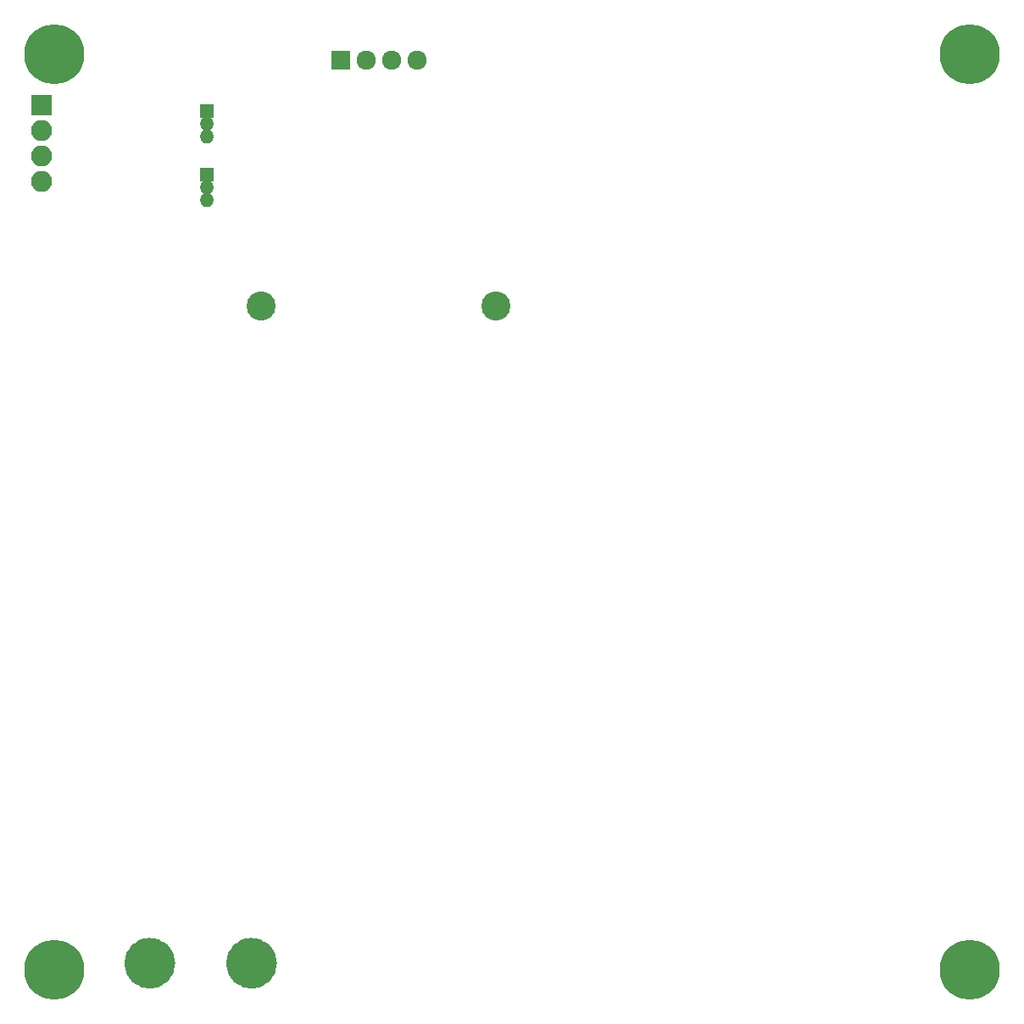
<source format=gbs>
G04 #@! TF.GenerationSoftware,KiCad,Pcbnew,(5.1.5)-3*
G04 #@! TF.CreationDate,2020-09-27T22:08:21+02:00*
G04 #@! TF.ProjectId,C64 Pi1541-II Faceplate,43363420-5069-4313-9534-312d49492046,rev?*
G04 #@! TF.SameCoordinates,Original*
G04 #@! TF.FileFunction,Soldermask,Bot*
G04 #@! TF.FilePolarity,Negative*
%FSLAX46Y46*%
G04 Gerber Fmt 4.6, Leading zero omitted, Abs format (unit mm)*
G04 Created by KiCad (PCBNEW (5.1.5)-3) date 2020-09-27 22:08:21*
%MOMM*%
%LPD*%
G04 APERTURE LIST*
%ADD10C,2.500000*%
%ADD11C,1.924000*%
%ADD12R,1.924000X1.924000*%
%ADD13C,2.900000*%
%ADD14O,2.100000X2.100000*%
%ADD15R,2.100000X2.100000*%
%ADD16C,6.000000*%
%ADD17O,1.400000X1.400000*%
%ADD18R,1.400000X1.400000*%
G04 APERTURE END LIST*
D10*
X96520000Y-148590000D02*
G75*
G03X96520000Y-148590000I-1270000J0D01*
G01*
X86360000Y-148590000D02*
G75*
G03X86360000Y-148590000I-1270000J0D01*
G01*
D11*
X111760000Y-58420000D03*
X109220000Y-58420000D03*
X106680000Y-58420000D03*
D12*
X104140000Y-58420000D03*
D13*
X96200000Y-82920000D03*
X119700000Y-82920000D03*
D14*
X74295000Y-70485000D03*
X74295000Y-67945000D03*
X74295000Y-65405000D03*
D15*
X74295000Y-62865000D03*
D16*
X75565000Y-149225000D03*
X167005000Y-149225000D03*
X167005000Y-57785000D03*
X75565000Y-57785000D03*
D17*
X90805000Y-66040000D03*
X90805000Y-64770000D03*
D18*
X90805000Y-63500000D03*
X90805000Y-69850000D03*
D17*
X90805000Y-71120000D03*
X90805000Y-72390000D03*
M02*

</source>
